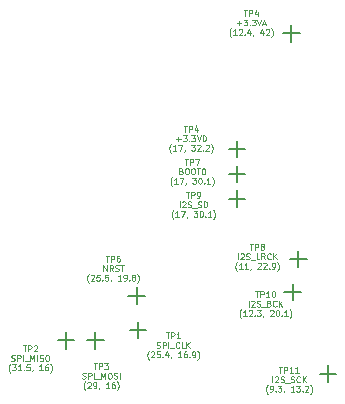
<source format=gbr>
%TF.GenerationSoftware,KiCad,Pcbnew,(5.99.0-8361-gd4c36230d2)*%
%TF.CreationDate,2021-01-14T14:19:16+01:00*%
%TF.ProjectId,mp3,6d70332e-6b69-4636-9164-5f7063625858,rev?*%
%TF.SameCoordinates,PXae85bc0PY7459280*%
%TF.FileFunction,Other,User*%
%FSLAX46Y46*%
G04 Gerber Fmt 4.6, Leading zero omitted, Abs format (unit mm)*
G04 Created by KiCad (PCBNEW (5.99.0-8361-gd4c36230d2)) date 2021-01-14 14:19:16*
%MOMM*%
%LPD*%
G01*
G04 APERTURE LIST*
%ADD10C,0.080000*%
%ADD11C,0.150000*%
G04 APERTURE END LIST*
D10*
X-15930953Y24178810D02*
X-15645239Y24178810D01*
X-15788096Y23678810D02*
X-15788096Y24178810D01*
X-15478572Y23678810D02*
X-15478572Y24178810D01*
X-15288096Y24178810D01*
X-15240477Y24155000D01*
X-15216667Y24131191D01*
X-15192858Y24083572D01*
X-15192858Y24012143D01*
X-15216667Y23964524D01*
X-15240477Y23940715D01*
X-15288096Y23916905D01*
X-15478572Y23916905D01*
X-14907143Y23964524D02*
X-14954762Y23988334D01*
X-14978572Y24012143D01*
X-15002381Y24059762D01*
X-15002381Y24083572D01*
X-14978572Y24131191D01*
X-14954762Y24155000D01*
X-14907143Y24178810D01*
X-14811905Y24178810D01*
X-14764286Y24155000D01*
X-14740477Y24131191D01*
X-14716667Y24083572D01*
X-14716667Y24059762D01*
X-14740477Y24012143D01*
X-14764286Y23988334D01*
X-14811905Y23964524D01*
X-14907143Y23964524D01*
X-14954762Y23940715D01*
X-14978572Y23916905D01*
X-15002381Y23869286D01*
X-15002381Y23774048D01*
X-14978572Y23726429D01*
X-14954762Y23702620D01*
X-14907143Y23678810D01*
X-14811905Y23678810D01*
X-14764286Y23702620D01*
X-14740477Y23726429D01*
X-14716667Y23774048D01*
X-14716667Y23869286D01*
X-14740477Y23916905D01*
X-14764286Y23940715D01*
X-14811905Y23964524D01*
X-16919048Y22873810D02*
X-16919048Y23373810D01*
X-16704762Y23326191D02*
X-16680953Y23350000D01*
X-16633334Y23373810D01*
X-16514286Y23373810D01*
X-16466667Y23350000D01*
X-16442858Y23326191D01*
X-16419048Y23278572D01*
X-16419048Y23230953D01*
X-16442858Y23159524D01*
X-16728572Y22873810D01*
X-16419048Y22873810D01*
X-16228572Y22897620D02*
X-16157143Y22873810D01*
X-16038096Y22873810D01*
X-15990477Y22897620D01*
X-15966667Y22921429D01*
X-15942858Y22969048D01*
X-15942858Y23016667D01*
X-15966667Y23064286D01*
X-15990477Y23088096D01*
X-16038096Y23111905D01*
X-16133334Y23135715D01*
X-16180953Y23159524D01*
X-16204762Y23183334D01*
X-16228572Y23230953D01*
X-16228572Y23278572D01*
X-16204762Y23326191D01*
X-16180953Y23350000D01*
X-16133334Y23373810D01*
X-16014286Y23373810D01*
X-15942858Y23350000D01*
X-15847620Y22826191D02*
X-15466667Y22826191D01*
X-15109524Y22873810D02*
X-15347620Y22873810D01*
X-15347620Y23373810D01*
X-14657143Y22873810D02*
X-14823810Y23111905D01*
X-14942858Y22873810D02*
X-14942858Y23373810D01*
X-14752381Y23373810D01*
X-14704762Y23350000D01*
X-14680953Y23326191D01*
X-14657143Y23278572D01*
X-14657143Y23207143D01*
X-14680953Y23159524D01*
X-14704762Y23135715D01*
X-14752381Y23111905D01*
X-14942858Y23111905D01*
X-14157143Y22921429D02*
X-14180953Y22897620D01*
X-14252381Y22873810D01*
X-14300000Y22873810D01*
X-14371429Y22897620D01*
X-14419048Y22945239D01*
X-14442858Y22992858D01*
X-14466667Y23088096D01*
X-14466667Y23159524D01*
X-14442858Y23254762D01*
X-14419048Y23302381D01*
X-14371429Y23350000D01*
X-14300000Y23373810D01*
X-14252381Y23373810D01*
X-14180953Y23350000D01*
X-14157143Y23326191D01*
X-13942858Y22873810D02*
X-13942858Y23373810D01*
X-13657143Y22873810D02*
X-13871429Y23159524D01*
X-13657143Y23373810D02*
X-13942858Y23088096D01*
X-16990477Y21878334D02*
X-17014286Y21902143D01*
X-17061905Y21973572D01*
X-17085715Y22021191D01*
X-17109524Y22092620D01*
X-17133334Y22211667D01*
X-17133334Y22306905D01*
X-17109524Y22425953D01*
X-17085715Y22497381D01*
X-17061905Y22545000D01*
X-17014286Y22616429D01*
X-16990477Y22640239D01*
X-16538096Y22068810D02*
X-16823810Y22068810D01*
X-16680953Y22068810D02*
X-16680953Y22568810D01*
X-16728572Y22497381D01*
X-16776191Y22449762D01*
X-16823810Y22425953D01*
X-16061905Y22068810D02*
X-16347620Y22068810D01*
X-16204762Y22068810D02*
X-16204762Y22568810D01*
X-16252381Y22497381D01*
X-16300000Y22449762D01*
X-16347620Y22425953D01*
X-15823810Y22092620D02*
X-15823810Y22068810D01*
X-15847620Y22021191D01*
X-15871429Y21997381D01*
X-15252381Y22521191D02*
X-15228572Y22545000D01*
X-15180953Y22568810D01*
X-15061905Y22568810D01*
X-15014286Y22545000D01*
X-14990477Y22521191D01*
X-14966667Y22473572D01*
X-14966667Y22425953D01*
X-14990477Y22354524D01*
X-15276191Y22068810D01*
X-14966667Y22068810D01*
X-14776191Y22521191D02*
X-14752381Y22545000D01*
X-14704762Y22568810D01*
X-14585715Y22568810D01*
X-14538096Y22545000D01*
X-14514286Y22521191D01*
X-14490477Y22473572D01*
X-14490477Y22425953D01*
X-14514286Y22354524D01*
X-14800000Y22068810D01*
X-14490477Y22068810D01*
X-14276191Y22116429D02*
X-14252381Y22092620D01*
X-14276191Y22068810D01*
X-14300000Y22092620D01*
X-14276191Y22116429D01*
X-14276191Y22068810D01*
X-14014286Y22068810D02*
X-13919048Y22068810D01*
X-13871429Y22092620D01*
X-13847620Y22116429D01*
X-13800000Y22187858D01*
X-13776191Y22283096D01*
X-13776191Y22473572D01*
X-13800000Y22521191D01*
X-13823810Y22545000D01*
X-13871429Y22568810D01*
X-13966667Y22568810D01*
X-14014286Y22545000D01*
X-14038096Y22521191D01*
X-14061905Y22473572D01*
X-14061905Y22354524D01*
X-14038096Y22306905D01*
X-14014286Y22283096D01*
X-13966667Y22259286D01*
X-13871429Y22259286D01*
X-13823810Y22283096D01*
X-13800000Y22306905D01*
X-13776191Y22354524D01*
X-13609524Y21878334D02*
X-13585715Y21902143D01*
X-13538096Y21973572D01*
X-13514286Y22021191D01*
X-13490477Y22092620D01*
X-13466667Y22211667D01*
X-13466667Y22306905D01*
X-13490477Y22425953D01*
X-13514286Y22497381D01*
X-13538096Y22545000D01*
X-13585715Y22616429D01*
X-13609524Y22640239D01*
X-21430953Y31378810D02*
X-21145239Y31378810D01*
X-21288096Y30878810D02*
X-21288096Y31378810D01*
X-20978572Y30878810D02*
X-20978572Y31378810D01*
X-20788096Y31378810D01*
X-20740477Y31355000D01*
X-20716667Y31331191D01*
X-20692858Y31283572D01*
X-20692858Y31212143D01*
X-20716667Y31164524D01*
X-20740477Y31140715D01*
X-20788096Y31116905D01*
X-20978572Y31116905D01*
X-20526191Y31378810D02*
X-20192858Y31378810D01*
X-20407143Y30878810D01*
X-21716667Y30335715D02*
X-21645239Y30311905D01*
X-21621429Y30288096D01*
X-21597620Y30240477D01*
X-21597620Y30169048D01*
X-21621429Y30121429D01*
X-21645239Y30097620D01*
X-21692858Y30073810D01*
X-21883334Y30073810D01*
X-21883334Y30573810D01*
X-21716667Y30573810D01*
X-21669048Y30550000D01*
X-21645239Y30526191D01*
X-21621429Y30478572D01*
X-21621429Y30430953D01*
X-21645239Y30383334D01*
X-21669048Y30359524D01*
X-21716667Y30335715D01*
X-21883334Y30335715D01*
X-21288096Y30573810D02*
X-21192858Y30573810D01*
X-21145239Y30550000D01*
X-21097620Y30502381D01*
X-21073810Y30407143D01*
X-21073810Y30240477D01*
X-21097620Y30145239D01*
X-21145239Y30097620D01*
X-21192858Y30073810D01*
X-21288096Y30073810D01*
X-21335715Y30097620D01*
X-21383334Y30145239D01*
X-21407143Y30240477D01*
X-21407143Y30407143D01*
X-21383334Y30502381D01*
X-21335715Y30550000D01*
X-21288096Y30573810D01*
X-20764286Y30573810D02*
X-20669048Y30573810D01*
X-20621429Y30550000D01*
X-20573810Y30502381D01*
X-20550000Y30407143D01*
X-20550000Y30240477D01*
X-20573810Y30145239D01*
X-20621429Y30097620D01*
X-20669048Y30073810D01*
X-20764286Y30073810D01*
X-20811905Y30097620D01*
X-20859524Y30145239D01*
X-20883334Y30240477D01*
X-20883334Y30407143D01*
X-20859524Y30502381D01*
X-20811905Y30550000D01*
X-20764286Y30573810D01*
X-20407143Y30573810D02*
X-20121429Y30573810D01*
X-20264286Y30073810D02*
X-20264286Y30573810D01*
X-19859524Y30573810D02*
X-19811905Y30573810D01*
X-19764286Y30550000D01*
X-19740477Y30526191D01*
X-19716667Y30478572D01*
X-19692858Y30383334D01*
X-19692858Y30264286D01*
X-19716667Y30169048D01*
X-19740477Y30121429D01*
X-19764286Y30097620D01*
X-19811905Y30073810D01*
X-19859524Y30073810D01*
X-19907143Y30097620D01*
X-19930953Y30121429D01*
X-19954762Y30169048D01*
X-19978572Y30264286D01*
X-19978572Y30383334D01*
X-19954762Y30478572D01*
X-19930953Y30526191D01*
X-19907143Y30550000D01*
X-19859524Y30573810D01*
X-22490477Y29078334D02*
X-22514286Y29102143D01*
X-22561905Y29173572D01*
X-22585715Y29221191D01*
X-22609524Y29292620D01*
X-22633334Y29411667D01*
X-22633334Y29506905D01*
X-22609524Y29625953D01*
X-22585715Y29697381D01*
X-22561905Y29745000D01*
X-22514286Y29816429D01*
X-22490477Y29840239D01*
X-22038096Y29268810D02*
X-22323810Y29268810D01*
X-22180953Y29268810D02*
X-22180953Y29768810D01*
X-22228572Y29697381D01*
X-22276191Y29649762D01*
X-22323810Y29625953D01*
X-21871429Y29768810D02*
X-21538096Y29768810D01*
X-21752381Y29268810D01*
X-21323810Y29292620D02*
X-21323810Y29268810D01*
X-21347620Y29221191D01*
X-21371429Y29197381D01*
X-20776191Y29768810D02*
X-20466667Y29768810D01*
X-20633334Y29578334D01*
X-20561905Y29578334D01*
X-20514286Y29554524D01*
X-20490477Y29530715D01*
X-20466667Y29483096D01*
X-20466667Y29364048D01*
X-20490477Y29316429D01*
X-20514286Y29292620D01*
X-20561905Y29268810D01*
X-20704762Y29268810D01*
X-20752381Y29292620D01*
X-20776191Y29316429D01*
X-20157143Y29768810D02*
X-20109524Y29768810D01*
X-20061905Y29745000D01*
X-20038096Y29721191D01*
X-20014286Y29673572D01*
X-19990477Y29578334D01*
X-19990477Y29459286D01*
X-20014286Y29364048D01*
X-20038096Y29316429D01*
X-20061905Y29292620D01*
X-20109524Y29268810D01*
X-20157143Y29268810D01*
X-20204762Y29292620D01*
X-20228572Y29316429D01*
X-20252381Y29364048D01*
X-20276191Y29459286D01*
X-20276191Y29578334D01*
X-20252381Y29673572D01*
X-20228572Y29721191D01*
X-20204762Y29745000D01*
X-20157143Y29768810D01*
X-19776191Y29316429D02*
X-19752381Y29292620D01*
X-19776191Y29268810D01*
X-19800000Y29292620D01*
X-19776191Y29316429D01*
X-19776191Y29268810D01*
X-19276191Y29268810D02*
X-19561905Y29268810D01*
X-19419048Y29268810D02*
X-19419048Y29768810D01*
X-19466667Y29697381D01*
X-19514286Y29649762D01*
X-19561905Y29625953D01*
X-19109524Y29078334D02*
X-19085715Y29102143D01*
X-19038096Y29173572D01*
X-19014286Y29221191D01*
X-18990477Y29292620D01*
X-18966667Y29411667D01*
X-18966667Y29506905D01*
X-18990477Y29625953D01*
X-19014286Y29697381D01*
X-19038096Y29745000D01*
X-19085715Y29816429D01*
X-19109524Y29840239D01*
X-13469048Y13778810D02*
X-13183334Y13778810D01*
X-13326191Y13278810D02*
X-13326191Y13778810D01*
X-13016667Y13278810D02*
X-13016667Y13778810D01*
X-12826191Y13778810D01*
X-12778572Y13755000D01*
X-12754762Y13731191D01*
X-12730953Y13683572D01*
X-12730953Y13612143D01*
X-12754762Y13564524D01*
X-12778572Y13540715D01*
X-12826191Y13516905D01*
X-13016667Y13516905D01*
X-12254762Y13278810D02*
X-12540477Y13278810D01*
X-12397620Y13278810D02*
X-12397620Y13778810D01*
X-12445239Y13707381D01*
X-12492858Y13659762D01*
X-12540477Y13635953D01*
X-11778572Y13278810D02*
X-12064286Y13278810D01*
X-11921429Y13278810D02*
X-11921429Y13778810D01*
X-11969048Y13707381D01*
X-12016667Y13659762D01*
X-12064286Y13635953D01*
X-14004762Y12473810D02*
X-14004762Y12973810D01*
X-13790477Y12926191D02*
X-13766667Y12950000D01*
X-13719048Y12973810D01*
X-13600000Y12973810D01*
X-13552381Y12950000D01*
X-13528572Y12926191D01*
X-13504762Y12878572D01*
X-13504762Y12830953D01*
X-13528572Y12759524D01*
X-13814286Y12473810D01*
X-13504762Y12473810D01*
X-13314286Y12497620D02*
X-13242858Y12473810D01*
X-13123810Y12473810D01*
X-13076191Y12497620D01*
X-13052381Y12521429D01*
X-13028572Y12569048D01*
X-13028572Y12616667D01*
X-13052381Y12664286D01*
X-13076191Y12688096D01*
X-13123810Y12711905D01*
X-13219048Y12735715D01*
X-13266667Y12759524D01*
X-13290477Y12783334D01*
X-13314286Y12830953D01*
X-13314286Y12878572D01*
X-13290477Y12926191D01*
X-13266667Y12950000D01*
X-13219048Y12973810D01*
X-13100000Y12973810D01*
X-13028572Y12950000D01*
X-12933334Y12426191D02*
X-12552381Y12426191D01*
X-12457143Y12497620D02*
X-12385715Y12473810D01*
X-12266667Y12473810D01*
X-12219048Y12497620D01*
X-12195239Y12521429D01*
X-12171429Y12569048D01*
X-12171429Y12616667D01*
X-12195239Y12664286D01*
X-12219048Y12688096D01*
X-12266667Y12711905D01*
X-12361905Y12735715D01*
X-12409524Y12759524D01*
X-12433334Y12783334D01*
X-12457143Y12830953D01*
X-12457143Y12878572D01*
X-12433334Y12926191D01*
X-12409524Y12950000D01*
X-12361905Y12973810D01*
X-12242858Y12973810D01*
X-12171429Y12950000D01*
X-11671429Y12521429D02*
X-11695239Y12497620D01*
X-11766667Y12473810D01*
X-11814286Y12473810D01*
X-11885715Y12497620D01*
X-11933334Y12545239D01*
X-11957143Y12592858D01*
X-11980953Y12688096D01*
X-11980953Y12759524D01*
X-11957143Y12854762D01*
X-11933334Y12902381D01*
X-11885715Y12950000D01*
X-11814286Y12973810D01*
X-11766667Y12973810D01*
X-11695239Y12950000D01*
X-11671429Y12926191D01*
X-11457143Y12473810D02*
X-11457143Y12973810D01*
X-11171429Y12473810D02*
X-11385715Y12759524D01*
X-11171429Y12973810D02*
X-11457143Y12688096D01*
X-14409524Y11478334D02*
X-14433334Y11502143D01*
X-14480953Y11573572D01*
X-14504762Y11621191D01*
X-14528572Y11692620D01*
X-14552381Y11811667D01*
X-14552381Y11906905D01*
X-14528572Y12025953D01*
X-14504762Y12097381D01*
X-14480953Y12145000D01*
X-14433334Y12216429D01*
X-14409524Y12240239D01*
X-14195239Y11668810D02*
X-14100000Y11668810D01*
X-14052381Y11692620D01*
X-14028572Y11716429D01*
X-13980953Y11787858D01*
X-13957143Y11883096D01*
X-13957143Y12073572D01*
X-13980953Y12121191D01*
X-14004762Y12145000D01*
X-14052381Y12168810D01*
X-14147620Y12168810D01*
X-14195239Y12145000D01*
X-14219048Y12121191D01*
X-14242858Y12073572D01*
X-14242858Y11954524D01*
X-14219048Y11906905D01*
X-14195239Y11883096D01*
X-14147620Y11859286D01*
X-14052381Y11859286D01*
X-14004762Y11883096D01*
X-13980953Y11906905D01*
X-13957143Y11954524D01*
X-13742858Y11716429D02*
X-13719048Y11692620D01*
X-13742858Y11668810D01*
X-13766667Y11692620D01*
X-13742858Y11716429D01*
X-13742858Y11668810D01*
X-13552381Y12168810D02*
X-13242858Y12168810D01*
X-13409524Y11978334D01*
X-13338096Y11978334D01*
X-13290477Y11954524D01*
X-13266667Y11930715D01*
X-13242858Y11883096D01*
X-13242858Y11764048D01*
X-13266667Y11716429D01*
X-13290477Y11692620D01*
X-13338096Y11668810D01*
X-13480953Y11668810D01*
X-13528572Y11692620D01*
X-13552381Y11716429D01*
X-13004762Y11692620D02*
X-13004762Y11668810D01*
X-13028572Y11621191D01*
X-13052381Y11597381D01*
X-12147620Y11668810D02*
X-12433334Y11668810D01*
X-12290477Y11668810D02*
X-12290477Y12168810D01*
X-12338096Y12097381D01*
X-12385715Y12049762D01*
X-12433334Y12025953D01*
X-11980953Y12168810D02*
X-11671429Y12168810D01*
X-11838096Y11978334D01*
X-11766667Y11978334D01*
X-11719048Y11954524D01*
X-11695239Y11930715D01*
X-11671429Y11883096D01*
X-11671429Y11764048D01*
X-11695239Y11716429D01*
X-11719048Y11692620D01*
X-11766667Y11668810D01*
X-11909524Y11668810D01*
X-11957143Y11692620D01*
X-11980953Y11716429D01*
X-11457143Y11716429D02*
X-11433334Y11692620D01*
X-11457143Y11668810D01*
X-11480953Y11692620D01*
X-11457143Y11716429D01*
X-11457143Y11668810D01*
X-11242858Y12121191D02*
X-11219048Y12145000D01*
X-11171429Y12168810D01*
X-11052381Y12168810D01*
X-11004762Y12145000D01*
X-10980953Y12121191D01*
X-10957143Y12073572D01*
X-10957143Y12025953D01*
X-10980953Y11954524D01*
X-11266667Y11668810D01*
X-10957143Y11668810D01*
X-10790477Y11478334D02*
X-10766667Y11502143D01*
X-10719048Y11573572D01*
X-10695239Y11621191D01*
X-10671429Y11692620D01*
X-10647620Y11811667D01*
X-10647620Y11906905D01*
X-10671429Y12025953D01*
X-10695239Y12097381D01*
X-10719048Y12145000D01*
X-10766667Y12216429D01*
X-10790477Y12240239D01*
X-35130953Y15578810D02*
X-34845239Y15578810D01*
X-34988096Y15078810D02*
X-34988096Y15578810D01*
X-34678572Y15078810D02*
X-34678572Y15578810D01*
X-34488096Y15578810D01*
X-34440477Y15555000D01*
X-34416667Y15531191D01*
X-34392858Y15483572D01*
X-34392858Y15412143D01*
X-34416667Y15364524D01*
X-34440477Y15340715D01*
X-34488096Y15316905D01*
X-34678572Y15316905D01*
X-34202381Y15531191D02*
X-34178572Y15555000D01*
X-34130953Y15578810D01*
X-34011905Y15578810D01*
X-33964286Y15555000D01*
X-33940477Y15531191D01*
X-33916667Y15483572D01*
X-33916667Y15435953D01*
X-33940477Y15364524D01*
X-34226191Y15078810D01*
X-33916667Y15078810D01*
X-36107143Y14297620D02*
X-36035715Y14273810D01*
X-35916667Y14273810D01*
X-35869048Y14297620D01*
X-35845239Y14321429D01*
X-35821429Y14369048D01*
X-35821429Y14416667D01*
X-35845239Y14464286D01*
X-35869048Y14488096D01*
X-35916667Y14511905D01*
X-36011905Y14535715D01*
X-36059524Y14559524D01*
X-36083334Y14583334D01*
X-36107143Y14630953D01*
X-36107143Y14678572D01*
X-36083334Y14726191D01*
X-36059524Y14750000D01*
X-36011905Y14773810D01*
X-35892858Y14773810D01*
X-35821429Y14750000D01*
X-35607143Y14273810D02*
X-35607143Y14773810D01*
X-35416667Y14773810D01*
X-35369048Y14750000D01*
X-35345239Y14726191D01*
X-35321429Y14678572D01*
X-35321429Y14607143D01*
X-35345239Y14559524D01*
X-35369048Y14535715D01*
X-35416667Y14511905D01*
X-35607143Y14511905D01*
X-35107143Y14273810D02*
X-35107143Y14773810D01*
X-34988096Y14226191D02*
X-34607143Y14226191D01*
X-34488096Y14273810D02*
X-34488096Y14773810D01*
X-34321429Y14416667D01*
X-34154762Y14773810D01*
X-34154762Y14273810D01*
X-33916667Y14273810D02*
X-33916667Y14773810D01*
X-33702381Y14297620D02*
X-33630953Y14273810D01*
X-33511905Y14273810D01*
X-33464286Y14297620D01*
X-33440477Y14321429D01*
X-33416667Y14369048D01*
X-33416667Y14416667D01*
X-33440477Y14464286D01*
X-33464286Y14488096D01*
X-33511905Y14511905D01*
X-33607143Y14535715D01*
X-33654762Y14559524D01*
X-33678572Y14583334D01*
X-33702381Y14630953D01*
X-33702381Y14678572D01*
X-33678572Y14726191D01*
X-33654762Y14750000D01*
X-33607143Y14773810D01*
X-33488096Y14773810D01*
X-33416667Y14750000D01*
X-33107143Y14773810D02*
X-33011905Y14773810D01*
X-32964286Y14750000D01*
X-32916667Y14702381D01*
X-32892858Y14607143D01*
X-32892858Y14440477D01*
X-32916667Y14345239D01*
X-32964286Y14297620D01*
X-33011905Y14273810D01*
X-33107143Y14273810D01*
X-33154762Y14297620D01*
X-33202381Y14345239D01*
X-33226191Y14440477D01*
X-33226191Y14607143D01*
X-33202381Y14702381D01*
X-33154762Y14750000D01*
X-33107143Y14773810D01*
X-36190477Y13278334D02*
X-36214286Y13302143D01*
X-36261905Y13373572D01*
X-36285715Y13421191D01*
X-36309524Y13492620D01*
X-36333334Y13611667D01*
X-36333334Y13706905D01*
X-36309524Y13825953D01*
X-36285715Y13897381D01*
X-36261905Y13945000D01*
X-36214286Y14016429D01*
X-36190477Y14040239D01*
X-36047620Y13968810D02*
X-35738096Y13968810D01*
X-35904762Y13778334D01*
X-35833334Y13778334D01*
X-35785715Y13754524D01*
X-35761905Y13730715D01*
X-35738096Y13683096D01*
X-35738096Y13564048D01*
X-35761905Y13516429D01*
X-35785715Y13492620D01*
X-35833334Y13468810D01*
X-35976191Y13468810D01*
X-36023810Y13492620D01*
X-36047620Y13516429D01*
X-35261905Y13468810D02*
X-35547620Y13468810D01*
X-35404762Y13468810D02*
X-35404762Y13968810D01*
X-35452381Y13897381D01*
X-35500000Y13849762D01*
X-35547620Y13825953D01*
X-35047620Y13516429D02*
X-35023810Y13492620D01*
X-35047620Y13468810D01*
X-35071429Y13492620D01*
X-35047620Y13516429D01*
X-35047620Y13468810D01*
X-34571429Y13968810D02*
X-34809524Y13968810D01*
X-34833334Y13730715D01*
X-34809524Y13754524D01*
X-34761905Y13778334D01*
X-34642858Y13778334D01*
X-34595239Y13754524D01*
X-34571429Y13730715D01*
X-34547620Y13683096D01*
X-34547620Y13564048D01*
X-34571429Y13516429D01*
X-34595239Y13492620D01*
X-34642858Y13468810D01*
X-34761905Y13468810D01*
X-34809524Y13492620D01*
X-34833334Y13516429D01*
X-34309524Y13492620D02*
X-34309524Y13468810D01*
X-34333334Y13421191D01*
X-34357143Y13397381D01*
X-33452381Y13468810D02*
X-33738096Y13468810D01*
X-33595239Y13468810D02*
X-33595239Y13968810D01*
X-33642858Y13897381D01*
X-33690477Y13849762D01*
X-33738096Y13825953D01*
X-33023810Y13968810D02*
X-33119048Y13968810D01*
X-33166667Y13945000D01*
X-33190477Y13921191D01*
X-33238096Y13849762D01*
X-33261905Y13754524D01*
X-33261905Y13564048D01*
X-33238096Y13516429D01*
X-33214286Y13492620D01*
X-33166667Y13468810D01*
X-33071429Y13468810D01*
X-33023810Y13492620D01*
X-33000000Y13516429D01*
X-32976191Y13564048D01*
X-32976191Y13683096D01*
X-33000000Y13730715D01*
X-33023810Y13754524D01*
X-33071429Y13778334D01*
X-33166667Y13778334D01*
X-33214286Y13754524D01*
X-33238096Y13730715D01*
X-33261905Y13683096D01*
X-32809524Y13278334D02*
X-32785715Y13302143D01*
X-32738096Y13373572D01*
X-32714286Y13421191D01*
X-32690477Y13492620D01*
X-32666667Y13611667D01*
X-32666667Y13706905D01*
X-32690477Y13825953D01*
X-32714286Y13897381D01*
X-32738096Y13945000D01*
X-32785715Y14016429D01*
X-32809524Y14040239D01*
X-23030953Y16678810D02*
X-22745239Y16678810D01*
X-22888096Y16178810D02*
X-22888096Y16678810D01*
X-22578572Y16178810D02*
X-22578572Y16678810D01*
X-22388096Y16678810D01*
X-22340477Y16655000D01*
X-22316667Y16631191D01*
X-22292858Y16583572D01*
X-22292858Y16512143D01*
X-22316667Y16464524D01*
X-22340477Y16440715D01*
X-22388096Y16416905D01*
X-22578572Y16416905D01*
X-21816667Y16178810D02*
X-22102381Y16178810D01*
X-21959524Y16178810D02*
X-21959524Y16678810D01*
X-22007143Y16607381D01*
X-22054762Y16559762D01*
X-22102381Y16535953D01*
X-23804762Y15397620D02*
X-23733334Y15373810D01*
X-23614286Y15373810D01*
X-23566667Y15397620D01*
X-23542858Y15421429D01*
X-23519048Y15469048D01*
X-23519048Y15516667D01*
X-23542858Y15564286D01*
X-23566667Y15588096D01*
X-23614286Y15611905D01*
X-23709524Y15635715D01*
X-23757143Y15659524D01*
X-23780953Y15683334D01*
X-23804762Y15730953D01*
X-23804762Y15778572D01*
X-23780953Y15826191D01*
X-23757143Y15850000D01*
X-23709524Y15873810D01*
X-23590477Y15873810D01*
X-23519048Y15850000D01*
X-23304762Y15373810D02*
X-23304762Y15873810D01*
X-23114286Y15873810D01*
X-23066667Y15850000D01*
X-23042858Y15826191D01*
X-23019048Y15778572D01*
X-23019048Y15707143D01*
X-23042858Y15659524D01*
X-23066667Y15635715D01*
X-23114286Y15611905D01*
X-23304762Y15611905D01*
X-22804762Y15373810D02*
X-22804762Y15873810D01*
X-22685715Y15326191D02*
X-22304762Y15326191D01*
X-21900000Y15421429D02*
X-21923810Y15397620D01*
X-21995239Y15373810D01*
X-22042858Y15373810D01*
X-22114286Y15397620D01*
X-22161905Y15445239D01*
X-22185715Y15492858D01*
X-22209524Y15588096D01*
X-22209524Y15659524D01*
X-22185715Y15754762D01*
X-22161905Y15802381D01*
X-22114286Y15850000D01*
X-22042858Y15873810D01*
X-21995239Y15873810D01*
X-21923810Y15850000D01*
X-21900000Y15826191D01*
X-21447620Y15373810D02*
X-21685715Y15373810D01*
X-21685715Y15873810D01*
X-21280953Y15373810D02*
X-21280953Y15873810D01*
X-20995239Y15373810D02*
X-21209524Y15659524D01*
X-20995239Y15873810D02*
X-21280953Y15588096D01*
X-24447620Y14378334D02*
X-24471429Y14402143D01*
X-24519048Y14473572D01*
X-24542858Y14521191D01*
X-24566667Y14592620D01*
X-24590477Y14711667D01*
X-24590477Y14806905D01*
X-24566667Y14925953D01*
X-24542858Y14997381D01*
X-24519048Y15045000D01*
X-24471429Y15116429D01*
X-24447620Y15140239D01*
X-24280953Y15021191D02*
X-24257143Y15045000D01*
X-24209524Y15068810D01*
X-24090477Y15068810D01*
X-24042858Y15045000D01*
X-24019048Y15021191D01*
X-23995239Y14973572D01*
X-23995239Y14925953D01*
X-24019048Y14854524D01*
X-24304762Y14568810D01*
X-23995239Y14568810D01*
X-23542858Y15068810D02*
X-23780953Y15068810D01*
X-23804762Y14830715D01*
X-23780953Y14854524D01*
X-23733334Y14878334D01*
X-23614286Y14878334D01*
X-23566667Y14854524D01*
X-23542858Y14830715D01*
X-23519048Y14783096D01*
X-23519048Y14664048D01*
X-23542858Y14616429D01*
X-23566667Y14592620D01*
X-23614286Y14568810D01*
X-23733334Y14568810D01*
X-23780953Y14592620D01*
X-23804762Y14616429D01*
X-23304762Y14616429D02*
X-23280953Y14592620D01*
X-23304762Y14568810D01*
X-23328572Y14592620D01*
X-23304762Y14616429D01*
X-23304762Y14568810D01*
X-22852381Y14902143D02*
X-22852381Y14568810D01*
X-22971429Y15092620D02*
X-23090477Y14735477D01*
X-22780953Y14735477D01*
X-22566667Y14592620D02*
X-22566667Y14568810D01*
X-22590477Y14521191D01*
X-22614286Y14497381D01*
X-21709524Y14568810D02*
X-21995239Y14568810D01*
X-21852381Y14568810D02*
X-21852381Y15068810D01*
X-21900000Y14997381D01*
X-21947620Y14949762D01*
X-21995239Y14925953D01*
X-21280953Y15068810D02*
X-21376191Y15068810D01*
X-21423810Y15045000D01*
X-21447620Y15021191D01*
X-21495239Y14949762D01*
X-21519048Y14854524D01*
X-21519048Y14664048D01*
X-21495239Y14616429D01*
X-21471429Y14592620D01*
X-21423810Y14568810D01*
X-21328572Y14568810D01*
X-21280953Y14592620D01*
X-21257143Y14616429D01*
X-21233334Y14664048D01*
X-21233334Y14783096D01*
X-21257143Y14830715D01*
X-21280953Y14854524D01*
X-21328572Y14878334D01*
X-21423810Y14878334D01*
X-21471429Y14854524D01*
X-21495239Y14830715D01*
X-21519048Y14783096D01*
X-21019048Y14616429D02*
X-20995239Y14592620D01*
X-21019048Y14568810D01*
X-21042858Y14592620D01*
X-21019048Y14616429D01*
X-21019048Y14568810D01*
X-20757143Y14568810D02*
X-20661905Y14568810D01*
X-20614286Y14592620D01*
X-20590477Y14616429D01*
X-20542858Y14687858D01*
X-20519048Y14783096D01*
X-20519048Y14973572D01*
X-20542858Y15021191D01*
X-20566667Y15045000D01*
X-20614286Y15068810D01*
X-20709524Y15068810D01*
X-20757143Y15045000D01*
X-20780953Y15021191D01*
X-20804762Y14973572D01*
X-20804762Y14854524D01*
X-20780953Y14806905D01*
X-20757143Y14783096D01*
X-20709524Y14759286D01*
X-20614286Y14759286D01*
X-20566667Y14783096D01*
X-20542858Y14806905D01*
X-20519048Y14854524D01*
X-20352381Y14378334D02*
X-20328572Y14402143D01*
X-20280953Y14473572D01*
X-20257143Y14521191D01*
X-20233334Y14592620D01*
X-20209524Y14711667D01*
X-20209524Y14806905D01*
X-20233334Y14925953D01*
X-20257143Y14997381D01*
X-20280953Y15045000D01*
X-20328572Y15116429D01*
X-20352381Y15140239D01*
X-28130953Y23178810D02*
X-27845239Y23178810D01*
X-27988096Y22678810D02*
X-27988096Y23178810D01*
X-27678572Y22678810D02*
X-27678572Y23178810D01*
X-27488096Y23178810D01*
X-27440477Y23155000D01*
X-27416667Y23131191D01*
X-27392858Y23083572D01*
X-27392858Y23012143D01*
X-27416667Y22964524D01*
X-27440477Y22940715D01*
X-27488096Y22916905D01*
X-27678572Y22916905D01*
X-26964286Y23178810D02*
X-27059524Y23178810D01*
X-27107143Y23155000D01*
X-27130953Y23131191D01*
X-27178572Y23059762D01*
X-27202381Y22964524D01*
X-27202381Y22774048D01*
X-27178572Y22726429D01*
X-27154762Y22702620D01*
X-27107143Y22678810D01*
X-27011905Y22678810D01*
X-26964286Y22702620D01*
X-26940477Y22726429D01*
X-26916667Y22774048D01*
X-26916667Y22893096D01*
X-26940477Y22940715D01*
X-26964286Y22964524D01*
X-27011905Y22988334D01*
X-27107143Y22988334D01*
X-27154762Y22964524D01*
X-27178572Y22940715D01*
X-27202381Y22893096D01*
X-28321429Y21873810D02*
X-28321429Y22373810D01*
X-28035715Y21873810D01*
X-28035715Y22373810D01*
X-27511905Y21873810D02*
X-27678572Y22111905D01*
X-27797620Y21873810D02*
X-27797620Y22373810D01*
X-27607143Y22373810D01*
X-27559524Y22350000D01*
X-27535715Y22326191D01*
X-27511905Y22278572D01*
X-27511905Y22207143D01*
X-27535715Y22159524D01*
X-27559524Y22135715D01*
X-27607143Y22111905D01*
X-27797620Y22111905D01*
X-27321429Y21897620D02*
X-27250000Y21873810D01*
X-27130953Y21873810D01*
X-27083334Y21897620D01*
X-27059524Y21921429D01*
X-27035715Y21969048D01*
X-27035715Y22016667D01*
X-27059524Y22064286D01*
X-27083334Y22088096D01*
X-27130953Y22111905D01*
X-27226191Y22135715D01*
X-27273810Y22159524D01*
X-27297620Y22183334D01*
X-27321429Y22230953D01*
X-27321429Y22278572D01*
X-27297620Y22326191D01*
X-27273810Y22350000D01*
X-27226191Y22373810D01*
X-27107143Y22373810D01*
X-27035715Y22350000D01*
X-26892858Y22373810D02*
X-26607143Y22373810D01*
X-26750000Y21873810D02*
X-26750000Y22373810D01*
X-29547620Y20878334D02*
X-29571429Y20902143D01*
X-29619048Y20973572D01*
X-29642858Y21021191D01*
X-29666667Y21092620D01*
X-29690477Y21211667D01*
X-29690477Y21306905D01*
X-29666667Y21425953D01*
X-29642858Y21497381D01*
X-29619048Y21545000D01*
X-29571429Y21616429D01*
X-29547620Y21640239D01*
X-29380953Y21521191D02*
X-29357143Y21545000D01*
X-29309524Y21568810D01*
X-29190477Y21568810D01*
X-29142858Y21545000D01*
X-29119048Y21521191D01*
X-29095239Y21473572D01*
X-29095239Y21425953D01*
X-29119048Y21354524D01*
X-29404762Y21068810D01*
X-29095239Y21068810D01*
X-28642858Y21568810D02*
X-28880953Y21568810D01*
X-28904762Y21330715D01*
X-28880953Y21354524D01*
X-28833334Y21378334D01*
X-28714286Y21378334D01*
X-28666667Y21354524D01*
X-28642858Y21330715D01*
X-28619048Y21283096D01*
X-28619048Y21164048D01*
X-28642858Y21116429D01*
X-28666667Y21092620D01*
X-28714286Y21068810D01*
X-28833334Y21068810D01*
X-28880953Y21092620D01*
X-28904762Y21116429D01*
X-28404762Y21116429D02*
X-28380953Y21092620D01*
X-28404762Y21068810D01*
X-28428572Y21092620D01*
X-28404762Y21116429D01*
X-28404762Y21068810D01*
X-27928572Y21568810D02*
X-28166667Y21568810D01*
X-28190477Y21330715D01*
X-28166667Y21354524D01*
X-28119048Y21378334D01*
X-28000000Y21378334D01*
X-27952381Y21354524D01*
X-27928572Y21330715D01*
X-27904762Y21283096D01*
X-27904762Y21164048D01*
X-27928572Y21116429D01*
X-27952381Y21092620D01*
X-28000000Y21068810D01*
X-28119048Y21068810D01*
X-28166667Y21092620D01*
X-28190477Y21116429D01*
X-27666667Y21092620D02*
X-27666667Y21068810D01*
X-27690477Y21021191D01*
X-27714286Y20997381D01*
X-26809524Y21068810D02*
X-27095239Y21068810D01*
X-26952381Y21068810D02*
X-26952381Y21568810D01*
X-27000000Y21497381D01*
X-27047620Y21449762D01*
X-27095239Y21425953D01*
X-26571429Y21068810D02*
X-26476191Y21068810D01*
X-26428572Y21092620D01*
X-26404762Y21116429D01*
X-26357143Y21187858D01*
X-26333334Y21283096D01*
X-26333334Y21473572D01*
X-26357143Y21521191D01*
X-26380953Y21545000D01*
X-26428572Y21568810D01*
X-26523810Y21568810D01*
X-26571429Y21545000D01*
X-26595239Y21521191D01*
X-26619048Y21473572D01*
X-26619048Y21354524D01*
X-26595239Y21306905D01*
X-26571429Y21283096D01*
X-26523810Y21259286D01*
X-26428572Y21259286D01*
X-26380953Y21283096D01*
X-26357143Y21306905D01*
X-26333334Y21354524D01*
X-26119048Y21116429D02*
X-26095239Y21092620D01*
X-26119048Y21068810D01*
X-26142858Y21092620D01*
X-26119048Y21116429D01*
X-26119048Y21068810D01*
X-25809524Y21354524D02*
X-25857143Y21378334D01*
X-25880953Y21402143D01*
X-25904762Y21449762D01*
X-25904762Y21473572D01*
X-25880953Y21521191D01*
X-25857143Y21545000D01*
X-25809524Y21568810D01*
X-25714286Y21568810D01*
X-25666667Y21545000D01*
X-25642858Y21521191D01*
X-25619048Y21473572D01*
X-25619048Y21449762D01*
X-25642858Y21402143D01*
X-25666667Y21378334D01*
X-25714286Y21354524D01*
X-25809524Y21354524D01*
X-25857143Y21330715D01*
X-25880953Y21306905D01*
X-25904762Y21259286D01*
X-25904762Y21164048D01*
X-25880953Y21116429D01*
X-25857143Y21092620D01*
X-25809524Y21068810D01*
X-25714286Y21068810D01*
X-25666667Y21092620D01*
X-25642858Y21116429D01*
X-25619048Y21164048D01*
X-25619048Y21259286D01*
X-25642858Y21306905D01*
X-25666667Y21330715D01*
X-25714286Y21354524D01*
X-25452381Y20878334D02*
X-25428572Y20902143D01*
X-25380953Y20973572D01*
X-25357143Y21021191D01*
X-25333334Y21092620D01*
X-25309524Y21211667D01*
X-25309524Y21306905D01*
X-25333334Y21425953D01*
X-25357143Y21497381D01*
X-25380953Y21545000D01*
X-25428572Y21616429D01*
X-25452381Y21640239D01*
X-21530953Y34178810D02*
X-21245239Y34178810D01*
X-21388096Y33678810D02*
X-21388096Y34178810D01*
X-21078572Y33678810D02*
X-21078572Y34178810D01*
X-20888096Y34178810D01*
X-20840477Y34155000D01*
X-20816667Y34131191D01*
X-20792858Y34083572D01*
X-20792858Y34012143D01*
X-20816667Y33964524D01*
X-20840477Y33940715D01*
X-20888096Y33916905D01*
X-21078572Y33916905D01*
X-20364286Y34012143D02*
X-20364286Y33678810D01*
X-20483334Y34202620D02*
X-20602381Y33845477D01*
X-20292858Y33845477D01*
X-22150000Y33064286D02*
X-21769048Y33064286D01*
X-21959524Y32873810D02*
X-21959524Y33254762D01*
X-21578572Y33373810D02*
X-21269048Y33373810D01*
X-21435715Y33183334D01*
X-21364286Y33183334D01*
X-21316667Y33159524D01*
X-21292858Y33135715D01*
X-21269048Y33088096D01*
X-21269048Y32969048D01*
X-21292858Y32921429D01*
X-21316667Y32897620D01*
X-21364286Y32873810D01*
X-21507143Y32873810D01*
X-21554762Y32897620D01*
X-21578572Y32921429D01*
X-21054762Y32921429D02*
X-21030953Y32897620D01*
X-21054762Y32873810D01*
X-21078572Y32897620D01*
X-21054762Y32921429D01*
X-21054762Y32873810D01*
X-20864286Y33373810D02*
X-20554762Y33373810D01*
X-20721429Y33183334D01*
X-20650000Y33183334D01*
X-20602381Y33159524D01*
X-20578572Y33135715D01*
X-20554762Y33088096D01*
X-20554762Y32969048D01*
X-20578572Y32921429D01*
X-20602381Y32897620D01*
X-20650000Y32873810D01*
X-20792858Y32873810D01*
X-20840477Y32897620D01*
X-20864286Y32921429D01*
X-20411905Y33373810D02*
X-20245239Y32873810D01*
X-20078572Y33373810D01*
X-19911905Y32873810D02*
X-19911905Y33373810D01*
X-19792858Y33373810D01*
X-19721429Y33350000D01*
X-19673810Y33302381D01*
X-19650000Y33254762D01*
X-19626191Y33159524D01*
X-19626191Y33088096D01*
X-19650000Y32992858D01*
X-19673810Y32945239D01*
X-19721429Y32897620D01*
X-19792858Y32873810D01*
X-19911905Y32873810D01*
X-22590477Y31878334D02*
X-22614286Y31902143D01*
X-22661905Y31973572D01*
X-22685715Y32021191D01*
X-22709524Y32092620D01*
X-22733334Y32211667D01*
X-22733334Y32306905D01*
X-22709524Y32425953D01*
X-22685715Y32497381D01*
X-22661905Y32545000D01*
X-22614286Y32616429D01*
X-22590477Y32640239D01*
X-22138096Y32068810D02*
X-22423810Y32068810D01*
X-22280953Y32068810D02*
X-22280953Y32568810D01*
X-22328572Y32497381D01*
X-22376191Y32449762D01*
X-22423810Y32425953D01*
X-21971429Y32568810D02*
X-21638096Y32568810D01*
X-21852381Y32068810D01*
X-21423810Y32092620D02*
X-21423810Y32068810D01*
X-21447620Y32021191D01*
X-21471429Y31997381D01*
X-20876191Y32568810D02*
X-20566667Y32568810D01*
X-20733334Y32378334D01*
X-20661905Y32378334D01*
X-20614286Y32354524D01*
X-20590477Y32330715D01*
X-20566667Y32283096D01*
X-20566667Y32164048D01*
X-20590477Y32116429D01*
X-20614286Y32092620D01*
X-20661905Y32068810D01*
X-20804762Y32068810D01*
X-20852381Y32092620D01*
X-20876191Y32116429D01*
X-20376191Y32521191D02*
X-20352381Y32545000D01*
X-20304762Y32568810D01*
X-20185715Y32568810D01*
X-20138096Y32545000D01*
X-20114286Y32521191D01*
X-20090477Y32473572D01*
X-20090477Y32425953D01*
X-20114286Y32354524D01*
X-20400000Y32068810D01*
X-20090477Y32068810D01*
X-19876191Y32116429D02*
X-19852381Y32092620D01*
X-19876191Y32068810D01*
X-19900000Y32092620D01*
X-19876191Y32116429D01*
X-19876191Y32068810D01*
X-19661905Y32521191D02*
X-19638096Y32545000D01*
X-19590477Y32568810D01*
X-19471429Y32568810D01*
X-19423810Y32545000D01*
X-19400000Y32521191D01*
X-19376191Y32473572D01*
X-19376191Y32425953D01*
X-19400000Y32354524D01*
X-19685715Y32068810D01*
X-19376191Y32068810D01*
X-19209524Y31878334D02*
X-19185715Y31902143D01*
X-19138096Y31973572D01*
X-19114286Y32021191D01*
X-19090477Y32092620D01*
X-19066667Y32211667D01*
X-19066667Y32306905D01*
X-19090477Y32425953D01*
X-19114286Y32497381D01*
X-19138096Y32545000D01*
X-19185715Y32616429D01*
X-19209524Y32640239D01*
X-21330953Y28578810D02*
X-21045239Y28578810D01*
X-21188096Y28078810D02*
X-21188096Y28578810D01*
X-20878572Y28078810D02*
X-20878572Y28578810D01*
X-20688096Y28578810D01*
X-20640477Y28555000D01*
X-20616667Y28531191D01*
X-20592858Y28483572D01*
X-20592858Y28412143D01*
X-20616667Y28364524D01*
X-20640477Y28340715D01*
X-20688096Y28316905D01*
X-20878572Y28316905D01*
X-20354762Y28078810D02*
X-20259524Y28078810D01*
X-20211905Y28102620D01*
X-20188096Y28126429D01*
X-20140477Y28197858D01*
X-20116667Y28293096D01*
X-20116667Y28483572D01*
X-20140477Y28531191D01*
X-20164286Y28555000D01*
X-20211905Y28578810D01*
X-20307143Y28578810D01*
X-20354762Y28555000D01*
X-20378572Y28531191D01*
X-20402381Y28483572D01*
X-20402381Y28364524D01*
X-20378572Y28316905D01*
X-20354762Y28293096D01*
X-20307143Y28269286D01*
X-20211905Y28269286D01*
X-20164286Y28293096D01*
X-20140477Y28316905D01*
X-20116667Y28364524D01*
X-21854762Y27273810D02*
X-21854762Y27773810D01*
X-21640477Y27726191D02*
X-21616667Y27750000D01*
X-21569048Y27773810D01*
X-21450000Y27773810D01*
X-21402381Y27750000D01*
X-21378572Y27726191D01*
X-21354762Y27678572D01*
X-21354762Y27630953D01*
X-21378572Y27559524D01*
X-21664286Y27273810D01*
X-21354762Y27273810D01*
X-21164286Y27297620D02*
X-21092858Y27273810D01*
X-20973810Y27273810D01*
X-20926191Y27297620D01*
X-20902381Y27321429D01*
X-20878572Y27369048D01*
X-20878572Y27416667D01*
X-20902381Y27464286D01*
X-20926191Y27488096D01*
X-20973810Y27511905D01*
X-21069048Y27535715D01*
X-21116667Y27559524D01*
X-21140477Y27583334D01*
X-21164286Y27630953D01*
X-21164286Y27678572D01*
X-21140477Y27726191D01*
X-21116667Y27750000D01*
X-21069048Y27773810D01*
X-20950000Y27773810D01*
X-20878572Y27750000D01*
X-20783334Y27226191D02*
X-20402381Y27226191D01*
X-20307143Y27297620D02*
X-20235715Y27273810D01*
X-20116667Y27273810D01*
X-20069048Y27297620D01*
X-20045239Y27321429D01*
X-20021429Y27369048D01*
X-20021429Y27416667D01*
X-20045239Y27464286D01*
X-20069048Y27488096D01*
X-20116667Y27511905D01*
X-20211905Y27535715D01*
X-20259524Y27559524D01*
X-20283334Y27583334D01*
X-20307143Y27630953D01*
X-20307143Y27678572D01*
X-20283334Y27726191D01*
X-20259524Y27750000D01*
X-20211905Y27773810D01*
X-20092858Y27773810D01*
X-20021429Y27750000D01*
X-19807143Y27273810D02*
X-19807143Y27773810D01*
X-19688096Y27773810D01*
X-19616667Y27750000D01*
X-19569048Y27702381D01*
X-19545239Y27654762D01*
X-19521429Y27559524D01*
X-19521429Y27488096D01*
X-19545239Y27392858D01*
X-19569048Y27345239D01*
X-19616667Y27297620D01*
X-19688096Y27273810D01*
X-19807143Y27273810D01*
X-22390477Y26278334D02*
X-22414286Y26302143D01*
X-22461905Y26373572D01*
X-22485715Y26421191D01*
X-22509524Y26492620D01*
X-22533334Y26611667D01*
X-22533334Y26706905D01*
X-22509524Y26825953D01*
X-22485715Y26897381D01*
X-22461905Y26945000D01*
X-22414286Y27016429D01*
X-22390477Y27040239D01*
X-21938096Y26468810D02*
X-22223810Y26468810D01*
X-22080953Y26468810D02*
X-22080953Y26968810D01*
X-22128572Y26897381D01*
X-22176191Y26849762D01*
X-22223810Y26825953D01*
X-21771429Y26968810D02*
X-21438096Y26968810D01*
X-21652381Y26468810D01*
X-21223810Y26492620D02*
X-21223810Y26468810D01*
X-21247620Y26421191D01*
X-21271429Y26397381D01*
X-20676191Y26968810D02*
X-20366667Y26968810D01*
X-20533334Y26778334D01*
X-20461905Y26778334D01*
X-20414286Y26754524D01*
X-20390477Y26730715D01*
X-20366667Y26683096D01*
X-20366667Y26564048D01*
X-20390477Y26516429D01*
X-20414286Y26492620D01*
X-20461905Y26468810D01*
X-20604762Y26468810D01*
X-20652381Y26492620D01*
X-20676191Y26516429D01*
X-20057143Y26968810D02*
X-20009524Y26968810D01*
X-19961905Y26945000D01*
X-19938096Y26921191D01*
X-19914286Y26873572D01*
X-19890477Y26778334D01*
X-19890477Y26659286D01*
X-19914286Y26564048D01*
X-19938096Y26516429D01*
X-19961905Y26492620D01*
X-20009524Y26468810D01*
X-20057143Y26468810D01*
X-20104762Y26492620D01*
X-20128572Y26516429D01*
X-20152381Y26564048D01*
X-20176191Y26659286D01*
X-20176191Y26778334D01*
X-20152381Y26873572D01*
X-20128572Y26921191D01*
X-20104762Y26945000D01*
X-20057143Y26968810D01*
X-19676191Y26516429D02*
X-19652381Y26492620D01*
X-19676191Y26468810D01*
X-19700000Y26492620D01*
X-19676191Y26516429D01*
X-19676191Y26468810D01*
X-19176191Y26468810D02*
X-19461905Y26468810D01*
X-19319048Y26468810D02*
X-19319048Y26968810D01*
X-19366667Y26897381D01*
X-19414286Y26849762D01*
X-19461905Y26825953D01*
X-19009524Y26278334D02*
X-18985715Y26302143D01*
X-18938096Y26373572D01*
X-18914286Y26421191D01*
X-18890477Y26492620D01*
X-18866667Y26611667D01*
X-18866667Y26706905D01*
X-18890477Y26825953D01*
X-18914286Y26897381D01*
X-18938096Y26945000D01*
X-18985715Y27016429D01*
X-19009524Y27040239D01*
X-16430953Y43978810D02*
X-16145239Y43978810D01*
X-16288096Y43478810D02*
X-16288096Y43978810D01*
X-15978572Y43478810D02*
X-15978572Y43978810D01*
X-15788096Y43978810D01*
X-15740477Y43955000D01*
X-15716667Y43931191D01*
X-15692858Y43883572D01*
X-15692858Y43812143D01*
X-15716667Y43764524D01*
X-15740477Y43740715D01*
X-15788096Y43716905D01*
X-15978572Y43716905D01*
X-15264286Y43812143D02*
X-15264286Y43478810D01*
X-15383334Y44002620D02*
X-15502381Y43645477D01*
X-15192858Y43645477D01*
X-17014286Y42864286D02*
X-16633334Y42864286D01*
X-16823810Y42673810D02*
X-16823810Y43054762D01*
X-16442858Y43173810D02*
X-16133334Y43173810D01*
X-16300000Y42983334D01*
X-16228572Y42983334D01*
X-16180953Y42959524D01*
X-16157143Y42935715D01*
X-16133334Y42888096D01*
X-16133334Y42769048D01*
X-16157143Y42721429D01*
X-16180953Y42697620D01*
X-16228572Y42673810D01*
X-16371429Y42673810D01*
X-16419048Y42697620D01*
X-16442858Y42721429D01*
X-15919048Y42721429D02*
X-15895239Y42697620D01*
X-15919048Y42673810D01*
X-15942858Y42697620D01*
X-15919048Y42721429D01*
X-15919048Y42673810D01*
X-15728572Y43173810D02*
X-15419048Y43173810D01*
X-15585715Y42983334D01*
X-15514286Y42983334D01*
X-15466667Y42959524D01*
X-15442858Y42935715D01*
X-15419048Y42888096D01*
X-15419048Y42769048D01*
X-15442858Y42721429D01*
X-15466667Y42697620D01*
X-15514286Y42673810D01*
X-15657143Y42673810D01*
X-15704762Y42697620D01*
X-15728572Y42721429D01*
X-15276191Y43173810D02*
X-15109524Y42673810D01*
X-14942858Y43173810D01*
X-14800000Y42816667D02*
X-14561905Y42816667D01*
X-14847620Y42673810D02*
X-14680953Y43173810D01*
X-14514286Y42673810D01*
X-17490477Y41678334D02*
X-17514286Y41702143D01*
X-17561905Y41773572D01*
X-17585715Y41821191D01*
X-17609524Y41892620D01*
X-17633334Y42011667D01*
X-17633334Y42106905D01*
X-17609524Y42225953D01*
X-17585715Y42297381D01*
X-17561905Y42345000D01*
X-17514286Y42416429D01*
X-17490477Y42440239D01*
X-17038096Y41868810D02*
X-17323810Y41868810D01*
X-17180953Y41868810D02*
X-17180953Y42368810D01*
X-17228572Y42297381D01*
X-17276191Y42249762D01*
X-17323810Y42225953D01*
X-16847620Y42321191D02*
X-16823810Y42345000D01*
X-16776191Y42368810D01*
X-16657143Y42368810D01*
X-16609524Y42345000D01*
X-16585715Y42321191D01*
X-16561905Y42273572D01*
X-16561905Y42225953D01*
X-16585715Y42154524D01*
X-16871429Y41868810D01*
X-16561905Y41868810D01*
X-16347620Y41916429D02*
X-16323810Y41892620D01*
X-16347620Y41868810D01*
X-16371429Y41892620D01*
X-16347620Y41916429D01*
X-16347620Y41868810D01*
X-15895239Y42202143D02*
X-15895239Y41868810D01*
X-16014286Y42392620D02*
X-16133334Y42035477D01*
X-15823810Y42035477D01*
X-15609524Y41892620D02*
X-15609524Y41868810D01*
X-15633334Y41821191D01*
X-15657143Y41797381D01*
X-14800000Y42202143D02*
X-14800000Y41868810D01*
X-14919048Y42392620D02*
X-15038096Y42035477D01*
X-14728572Y42035477D01*
X-14561905Y42321191D02*
X-14538096Y42345000D01*
X-14490477Y42368810D01*
X-14371429Y42368810D01*
X-14323810Y42345000D01*
X-14300000Y42321191D01*
X-14276191Y42273572D01*
X-14276191Y42225953D01*
X-14300000Y42154524D01*
X-14585715Y41868810D01*
X-14276191Y41868810D01*
X-14109524Y41678334D02*
X-14085715Y41702143D01*
X-14038096Y41773572D01*
X-14014286Y41821191D01*
X-13990477Y41892620D01*
X-13966667Y42011667D01*
X-13966667Y42106905D01*
X-13990477Y42225953D01*
X-14014286Y42297381D01*
X-14038096Y42345000D01*
X-14085715Y42416429D01*
X-14109524Y42440239D01*
X-15469048Y20178810D02*
X-15183334Y20178810D01*
X-15326191Y19678810D02*
X-15326191Y20178810D01*
X-15016667Y19678810D02*
X-15016667Y20178810D01*
X-14826191Y20178810D01*
X-14778572Y20155000D01*
X-14754762Y20131191D01*
X-14730953Y20083572D01*
X-14730953Y20012143D01*
X-14754762Y19964524D01*
X-14778572Y19940715D01*
X-14826191Y19916905D01*
X-15016667Y19916905D01*
X-14254762Y19678810D02*
X-14540477Y19678810D01*
X-14397620Y19678810D02*
X-14397620Y20178810D01*
X-14445239Y20107381D01*
X-14492858Y20059762D01*
X-14540477Y20035953D01*
X-13945239Y20178810D02*
X-13897620Y20178810D01*
X-13850000Y20155000D01*
X-13826191Y20131191D01*
X-13802381Y20083572D01*
X-13778572Y19988334D01*
X-13778572Y19869286D01*
X-13802381Y19774048D01*
X-13826191Y19726429D01*
X-13850000Y19702620D01*
X-13897620Y19678810D01*
X-13945239Y19678810D01*
X-13992858Y19702620D01*
X-14016667Y19726429D01*
X-14040477Y19774048D01*
X-14064286Y19869286D01*
X-14064286Y19988334D01*
X-14040477Y20083572D01*
X-14016667Y20131191D01*
X-13992858Y20155000D01*
X-13945239Y20178810D01*
X-16016667Y18873810D02*
X-16016667Y19373810D01*
X-15802381Y19326191D02*
X-15778572Y19350000D01*
X-15730953Y19373810D01*
X-15611905Y19373810D01*
X-15564286Y19350000D01*
X-15540477Y19326191D01*
X-15516667Y19278572D01*
X-15516667Y19230953D01*
X-15540477Y19159524D01*
X-15826191Y18873810D01*
X-15516667Y18873810D01*
X-15326191Y18897620D02*
X-15254762Y18873810D01*
X-15135715Y18873810D01*
X-15088096Y18897620D01*
X-15064286Y18921429D01*
X-15040477Y18969048D01*
X-15040477Y19016667D01*
X-15064286Y19064286D01*
X-15088096Y19088096D01*
X-15135715Y19111905D01*
X-15230953Y19135715D01*
X-15278572Y19159524D01*
X-15302381Y19183334D01*
X-15326191Y19230953D01*
X-15326191Y19278572D01*
X-15302381Y19326191D01*
X-15278572Y19350000D01*
X-15230953Y19373810D01*
X-15111905Y19373810D01*
X-15040477Y19350000D01*
X-14945239Y18826191D02*
X-14564286Y18826191D01*
X-14278572Y19135715D02*
X-14207143Y19111905D01*
X-14183334Y19088096D01*
X-14159524Y19040477D01*
X-14159524Y18969048D01*
X-14183334Y18921429D01*
X-14207143Y18897620D01*
X-14254762Y18873810D01*
X-14445239Y18873810D01*
X-14445239Y19373810D01*
X-14278572Y19373810D01*
X-14230953Y19350000D01*
X-14207143Y19326191D01*
X-14183334Y19278572D01*
X-14183334Y19230953D01*
X-14207143Y19183334D01*
X-14230953Y19159524D01*
X-14278572Y19135715D01*
X-14445239Y19135715D01*
X-13659524Y18921429D02*
X-13683334Y18897620D01*
X-13754762Y18873810D01*
X-13802381Y18873810D01*
X-13873810Y18897620D01*
X-13921429Y18945239D01*
X-13945239Y18992858D01*
X-13969048Y19088096D01*
X-13969048Y19159524D01*
X-13945239Y19254762D01*
X-13921429Y19302381D01*
X-13873810Y19350000D01*
X-13802381Y19373810D01*
X-13754762Y19373810D01*
X-13683334Y19350000D01*
X-13659524Y19326191D01*
X-13445239Y18873810D02*
X-13445239Y19373810D01*
X-13159524Y18873810D02*
X-13373810Y19159524D01*
X-13159524Y19373810D02*
X-13445239Y19088096D01*
X-16647620Y17878334D02*
X-16671429Y17902143D01*
X-16719048Y17973572D01*
X-16742858Y18021191D01*
X-16766667Y18092620D01*
X-16790477Y18211667D01*
X-16790477Y18306905D01*
X-16766667Y18425953D01*
X-16742858Y18497381D01*
X-16719048Y18545000D01*
X-16671429Y18616429D01*
X-16647620Y18640239D01*
X-16195239Y18068810D02*
X-16480953Y18068810D01*
X-16338096Y18068810D02*
X-16338096Y18568810D01*
X-16385715Y18497381D01*
X-16433334Y18449762D01*
X-16480953Y18425953D01*
X-16004762Y18521191D02*
X-15980953Y18545000D01*
X-15933334Y18568810D01*
X-15814286Y18568810D01*
X-15766667Y18545000D01*
X-15742858Y18521191D01*
X-15719048Y18473572D01*
X-15719048Y18425953D01*
X-15742858Y18354524D01*
X-16028572Y18068810D01*
X-15719048Y18068810D01*
X-15504762Y18116429D02*
X-15480953Y18092620D01*
X-15504762Y18068810D01*
X-15528572Y18092620D01*
X-15504762Y18116429D01*
X-15504762Y18068810D01*
X-15314286Y18568810D02*
X-15004762Y18568810D01*
X-15171429Y18378334D01*
X-15100000Y18378334D01*
X-15052381Y18354524D01*
X-15028572Y18330715D01*
X-15004762Y18283096D01*
X-15004762Y18164048D01*
X-15028572Y18116429D01*
X-15052381Y18092620D01*
X-15100000Y18068810D01*
X-15242858Y18068810D01*
X-15290477Y18092620D01*
X-15314286Y18116429D01*
X-14766667Y18092620D02*
X-14766667Y18068810D01*
X-14790477Y18021191D01*
X-14814286Y17997381D01*
X-14195239Y18521191D02*
X-14171429Y18545000D01*
X-14123810Y18568810D01*
X-14004762Y18568810D01*
X-13957143Y18545000D01*
X-13933334Y18521191D01*
X-13909524Y18473572D01*
X-13909524Y18425953D01*
X-13933334Y18354524D01*
X-14219048Y18068810D01*
X-13909524Y18068810D01*
X-13600000Y18568810D02*
X-13552381Y18568810D01*
X-13504762Y18545000D01*
X-13480953Y18521191D01*
X-13457143Y18473572D01*
X-13433334Y18378334D01*
X-13433334Y18259286D01*
X-13457143Y18164048D01*
X-13480953Y18116429D01*
X-13504762Y18092620D01*
X-13552381Y18068810D01*
X-13600000Y18068810D01*
X-13647620Y18092620D01*
X-13671429Y18116429D01*
X-13695239Y18164048D01*
X-13719048Y18259286D01*
X-13719048Y18378334D01*
X-13695239Y18473572D01*
X-13671429Y18521191D01*
X-13647620Y18545000D01*
X-13600000Y18568810D01*
X-13219048Y18116429D02*
X-13195239Y18092620D01*
X-13219048Y18068810D01*
X-13242858Y18092620D01*
X-13219048Y18116429D01*
X-13219048Y18068810D01*
X-12719048Y18068810D02*
X-13004762Y18068810D01*
X-12861905Y18068810D02*
X-12861905Y18568810D01*
X-12909524Y18497381D01*
X-12957143Y18449762D01*
X-13004762Y18425953D01*
X-12552381Y17878334D02*
X-12528572Y17902143D01*
X-12480953Y17973572D01*
X-12457143Y18021191D01*
X-12433334Y18092620D01*
X-12409524Y18211667D01*
X-12409524Y18306905D01*
X-12433334Y18425953D01*
X-12457143Y18497381D01*
X-12480953Y18545000D01*
X-12528572Y18616429D01*
X-12552381Y18640239D01*
X-29130953Y14078810D02*
X-28845239Y14078810D01*
X-28988096Y13578810D02*
X-28988096Y14078810D01*
X-28678572Y13578810D02*
X-28678572Y14078810D01*
X-28488096Y14078810D01*
X-28440477Y14055000D01*
X-28416667Y14031191D01*
X-28392858Y13983572D01*
X-28392858Y13912143D01*
X-28416667Y13864524D01*
X-28440477Y13840715D01*
X-28488096Y13816905D01*
X-28678572Y13816905D01*
X-28226191Y14078810D02*
X-27916667Y14078810D01*
X-28083334Y13888334D01*
X-28011905Y13888334D01*
X-27964286Y13864524D01*
X-27940477Y13840715D01*
X-27916667Y13793096D01*
X-27916667Y13674048D01*
X-27940477Y13626429D01*
X-27964286Y13602620D01*
X-28011905Y13578810D01*
X-28154762Y13578810D01*
X-28202381Y13602620D01*
X-28226191Y13626429D01*
X-30107143Y12797620D02*
X-30035715Y12773810D01*
X-29916667Y12773810D01*
X-29869048Y12797620D01*
X-29845239Y12821429D01*
X-29821429Y12869048D01*
X-29821429Y12916667D01*
X-29845239Y12964286D01*
X-29869048Y12988096D01*
X-29916667Y13011905D01*
X-30011905Y13035715D01*
X-30059524Y13059524D01*
X-30083334Y13083334D01*
X-30107143Y13130953D01*
X-30107143Y13178572D01*
X-30083334Y13226191D01*
X-30059524Y13250000D01*
X-30011905Y13273810D01*
X-29892858Y13273810D01*
X-29821429Y13250000D01*
X-29607143Y12773810D02*
X-29607143Y13273810D01*
X-29416667Y13273810D01*
X-29369048Y13250000D01*
X-29345239Y13226191D01*
X-29321429Y13178572D01*
X-29321429Y13107143D01*
X-29345239Y13059524D01*
X-29369048Y13035715D01*
X-29416667Y13011905D01*
X-29607143Y13011905D01*
X-29107143Y12773810D02*
X-29107143Y13273810D01*
X-28988096Y12726191D02*
X-28607143Y12726191D01*
X-28488096Y12773810D02*
X-28488096Y13273810D01*
X-28321429Y12916667D01*
X-28154762Y13273810D01*
X-28154762Y12773810D01*
X-27821429Y13273810D02*
X-27726191Y13273810D01*
X-27678572Y13250000D01*
X-27630953Y13202381D01*
X-27607143Y13107143D01*
X-27607143Y12940477D01*
X-27630953Y12845239D01*
X-27678572Y12797620D01*
X-27726191Y12773810D01*
X-27821429Y12773810D01*
X-27869048Y12797620D01*
X-27916667Y12845239D01*
X-27940477Y12940477D01*
X-27940477Y13107143D01*
X-27916667Y13202381D01*
X-27869048Y13250000D01*
X-27821429Y13273810D01*
X-27416667Y12797620D02*
X-27345239Y12773810D01*
X-27226191Y12773810D01*
X-27178572Y12797620D01*
X-27154762Y12821429D01*
X-27130953Y12869048D01*
X-27130953Y12916667D01*
X-27154762Y12964286D01*
X-27178572Y12988096D01*
X-27226191Y13011905D01*
X-27321429Y13035715D01*
X-27369048Y13059524D01*
X-27392858Y13083334D01*
X-27416667Y13130953D01*
X-27416667Y13178572D01*
X-27392858Y13226191D01*
X-27369048Y13250000D01*
X-27321429Y13273810D01*
X-27202381Y13273810D01*
X-27130953Y13250000D01*
X-26916667Y12773810D02*
X-26916667Y13273810D01*
X-29833334Y11778334D02*
X-29857143Y11802143D01*
X-29904762Y11873572D01*
X-29928572Y11921191D01*
X-29952381Y11992620D01*
X-29976191Y12111667D01*
X-29976191Y12206905D01*
X-29952381Y12325953D01*
X-29928572Y12397381D01*
X-29904762Y12445000D01*
X-29857143Y12516429D01*
X-29833334Y12540239D01*
X-29666667Y12421191D02*
X-29642858Y12445000D01*
X-29595239Y12468810D01*
X-29476191Y12468810D01*
X-29428572Y12445000D01*
X-29404762Y12421191D01*
X-29380953Y12373572D01*
X-29380953Y12325953D01*
X-29404762Y12254524D01*
X-29690477Y11968810D01*
X-29380953Y11968810D01*
X-29142858Y11968810D02*
X-29047620Y11968810D01*
X-29000000Y11992620D01*
X-28976191Y12016429D01*
X-28928572Y12087858D01*
X-28904762Y12183096D01*
X-28904762Y12373572D01*
X-28928572Y12421191D01*
X-28952381Y12445000D01*
X-29000000Y12468810D01*
X-29095239Y12468810D01*
X-29142858Y12445000D01*
X-29166667Y12421191D01*
X-29190477Y12373572D01*
X-29190477Y12254524D01*
X-29166667Y12206905D01*
X-29142858Y12183096D01*
X-29095239Y12159286D01*
X-29000000Y12159286D01*
X-28952381Y12183096D01*
X-28928572Y12206905D01*
X-28904762Y12254524D01*
X-28666667Y11992620D02*
X-28666667Y11968810D01*
X-28690477Y11921191D01*
X-28714286Y11897381D01*
X-27809524Y11968810D02*
X-28095239Y11968810D01*
X-27952381Y11968810D02*
X-27952381Y12468810D01*
X-28000000Y12397381D01*
X-28047620Y12349762D01*
X-28095239Y12325953D01*
X-27380953Y12468810D02*
X-27476191Y12468810D01*
X-27523810Y12445000D01*
X-27547620Y12421191D01*
X-27595239Y12349762D01*
X-27619048Y12254524D01*
X-27619048Y12064048D01*
X-27595239Y12016429D01*
X-27571429Y11992620D01*
X-27523810Y11968810D01*
X-27428572Y11968810D01*
X-27380953Y11992620D01*
X-27357143Y12016429D01*
X-27333334Y12064048D01*
X-27333334Y12183096D01*
X-27357143Y12230715D01*
X-27380953Y12254524D01*
X-27428572Y12278334D01*
X-27523810Y12278334D01*
X-27571429Y12254524D01*
X-27595239Y12230715D01*
X-27619048Y12183096D01*
X-27166667Y11778334D02*
X-27142858Y11802143D01*
X-27095239Y11873572D01*
X-27071429Y11921191D01*
X-27047620Y11992620D01*
X-27023810Y12111667D01*
X-27023810Y12206905D01*
X-27047620Y12325953D01*
X-27071429Y12397381D01*
X-27095239Y12445000D01*
X-27142858Y12516429D01*
X-27166667Y12540239D01*
D11*
X-24800000Y19800000D02*
X-26200000Y19800000D01*
X-25500000Y19100000D02*
X-25500000Y20500000D01*
X-25400000Y17600000D02*
X-25400000Y16200000D01*
X-24700000Y16900000D02*
X-26100000Y16900000D01*
X-8600000Y13200000D02*
X-10000000Y13200000D01*
X-9300000Y12500000D02*
X-9300000Y13900000D01*
X-28300000Y16000000D02*
X-29700000Y16000000D01*
X-29000000Y15300000D02*
X-29000000Y16700000D01*
X-11600000Y20100000D02*
X-13000000Y20100000D01*
X-12300000Y19400000D02*
X-12300000Y20800000D01*
X-17700000Y32200000D02*
X-16300000Y32200000D01*
X-17000000Y32900000D02*
X-17000000Y31500000D01*
X-30800000Y16000000D02*
X-32200000Y16000000D01*
X-31500000Y15300000D02*
X-31500000Y16700000D01*
X-11700000Y42000000D02*
X-13100000Y42000000D01*
X-12400000Y41300000D02*
X-12400000Y42700000D01*
X-16300000Y28000000D02*
X-17700000Y28000000D01*
X-17000000Y27300000D02*
X-17000000Y28700000D01*
X-16300000Y30100000D02*
X-17700000Y30100000D01*
X-17000000Y29400000D02*
X-17000000Y30800000D01*
X-11100000Y22900000D02*
X-12500000Y22900000D01*
X-11800000Y22200000D02*
X-11800000Y23600000D01*
M02*

</source>
